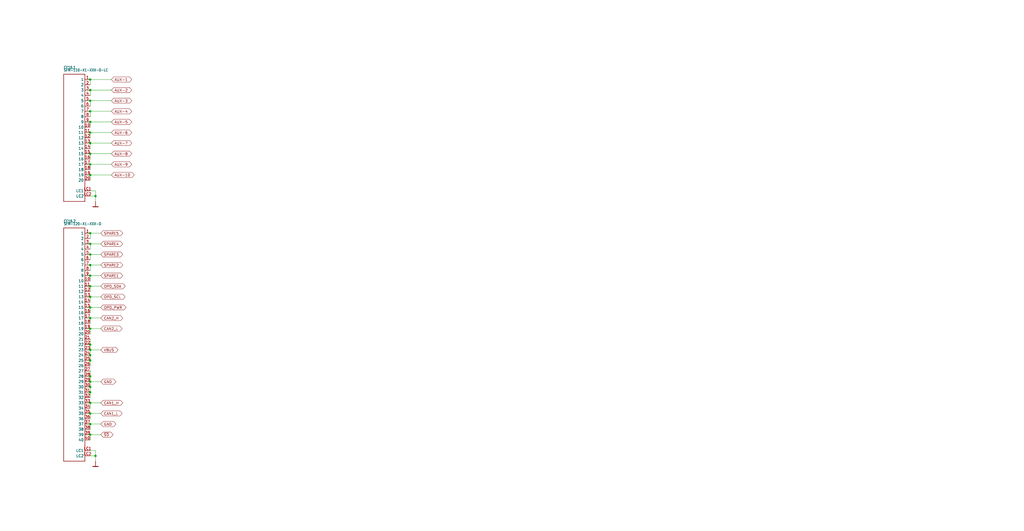
<source format=kicad_sch>
(kicad_sch (version 20211123) (generator eeschema)
  (paper "User" 490.22 254.406)
  (lib_symbols
    (symbol "oresat-backplane-2u-eagle-import:GND" (power)
      (symbol "GND_1_0"
        (polyline (pts (xy -1.27 -2.54) (xy 1.27 -2.54)) (stroke (width 0.4064)))
        (pin power_in line (at 0 0 270) (length 2.54) (name "GND") (number "1"))
      )
    )
    (symbol "oresat-backplane-2u-eagle-import:SFM-110-X1-XXX-D-LC"
      (property "Reference" "CF" (at -2.54 33.02 0))
      (property "Value" "SFM-110-X1-XXX-D-LC" (at -2.54 31.75 0))
      (symbol "SFM-110-X1-XXX-D-LC_1_0"
        (polyline (pts (xy -2.54 -30.48) (xy -2.54 30.48)) (stroke (width 0.254)))
        (polyline (pts (xy -2.54 30.48) (xy 7.62 30.48)) (stroke (width 0.254)))
        (polyline (pts (xy 7.62 -30.48) (xy -2.54 -30.48)) (stroke (width 0.254)))
        (polyline (pts (xy 7.62 30.48) (xy 7.62 -30.48)) (stroke (width 0.254)))
        (pin passive line (at 10.16 27.94 180) (length 2.54) (name "1") (number "1"))
        (pin passive line (at 10.16 5.08 180) (length 2.54) (name "10") (number "10"))
        (pin passive line (at 10.16 2.54 180) (length 2.54) (name "11") (number "11"))
        (pin passive line (at 10.16 0 180) (length 2.54) (name "12") (number "12"))
        (pin passive line (at 10.16 -2.54 180) (length 2.54) (name "13") (number "13"))
        (pin passive line (at 10.16 -5.08 180) (length 2.54) (name "14") (number "14"))
        (pin passive line (at 10.16 -7.62 180) (length 2.54) (name "15") (number "15"))
        (pin passive line (at 10.16 -10.16 180) (length 2.54) (name "16") (number "16"))
        (pin passive line (at 10.16 -12.7 180) (length 2.54) (name "17") (number "17"))
        (pin passive line (at 10.16 -15.24 180) (length 2.54) (name "18") (number "18"))
        (pin passive line (at 10.16 -17.78 180) (length 2.54) (name "19") (number "19"))
        (pin passive line (at 10.16 25.4 180) (length 2.54) (name "2") (number "2"))
        (pin passive line (at 10.16 -20.32 180) (length 2.54) (name "20") (number "20"))
        (pin passive line (at 10.16 22.86 180) (length 2.54) (name "3") (number "3"))
        (pin passive line (at 10.16 20.32 180) (length 2.54) (name "4") (number "4"))
        (pin passive line (at 10.16 17.78 180) (length 2.54) (name "5") (number "5"))
        (pin passive line (at 10.16 15.24 180) (length 2.54) (name "6") (number "6"))
        (pin passive line (at 10.16 12.7 180) (length 2.54) (name "7") (number "7"))
        (pin passive line (at 10.16 10.16 180) (length 2.54) (name "8") (number "8"))
        (pin passive line (at 10.16 7.62 180) (length 2.54) (name "9") (number "9"))
        (pin passive line (at 10.16 -25.4 180) (length 2.54) (name "LC1") (number "LC1"))
        (pin passive line (at 10.16 -27.94 180) (length 2.54) (name "LC2") (number "LC2"))
      )
    )
    (symbol "oresat-backplane-2u-eagle-import:SFM-120-X1-XXX-D"
      (property "Reference" "J" (at -2.54 50.8 0))
      (property "Value" "SFM-120-X1-XXX-D" (at -2.54 49.53 0))
      (symbol "SFM-120-X1-XXX-D_1_0"
        (polyline (pts (xy -2.54 -63.5) (xy -2.54 48.26)) (stroke (width 0.254)))
        (polyline (pts (xy -2.54 48.26) (xy 7.62 48.26)) (stroke (width 0.254)))
        (polyline (pts (xy 7.62 -63.5) (xy -2.54 -63.5)) (stroke (width 0.254)))
        (polyline (pts (xy 7.62 48.26) (xy 7.62 -63.5)) (stroke (width 0.254)))
        (pin passive line (at 10.16 45.72 180) (length 2.54) (name "1") (number "1"))
        (pin passive line (at 10.16 22.86 180) (length 2.54) (name "10") (number "10"))
        (pin passive line (at 10.16 20.32 180) (length 2.54) (name "11") (number "11"))
        (pin passive line (at 10.16 17.78 180) (length 2.54) (name "12") (number "12"))
        (pin passive line (at 10.16 15.24 180) (length 2.54) (name "13") (number "13"))
        (pin passive line (at 10.16 12.7 180) (length 2.54) (name "14") (number "14"))
        (pin passive line (at 10.16 10.16 180) (length 2.54) (name "15") (number "15"))
        (pin passive line (at 10.16 7.62 180) (length 2.54) (name "16") (number "16"))
        (pin passive line (at 10.16 5.08 180) (length 2.54) (name "17") (number "17"))
        (pin passive line (at 10.16 2.54 180) (length 2.54) (name "18") (number "18"))
        (pin passive line (at 10.16 0 180) (length 2.54) (name "19") (number "19"))
        (pin passive line (at 10.16 43.18 180) (length 2.54) (name "2") (number "2"))
        (pin passive line (at 10.16 -2.54 180) (length 2.54) (name "20") (number "20"))
        (pin passive line (at 10.16 -5.08 180) (length 2.54) (name "21") (number "21"))
        (pin passive line (at 10.16 -7.62 180) (length 2.54) (name "22") (number "22"))
        (pin passive line (at 10.16 -10.16 180) (length 2.54) (name "23") (number "23"))
        (pin passive line (at 10.16 -12.7 180) (length 2.54) (name "24") (number "24"))
        (pin passive line (at 10.16 -15.24 180) (length 2.54) (name "25") (number "25"))
        (pin passive line (at 10.16 -17.78 180) (length 2.54) (name "26") (number "26"))
        (pin passive line (at 10.16 -20.32 180) (length 2.54) (name "27") (number "27"))
        (pin passive line (at 10.16 -22.86 180) (length 2.54) (name "28") (number "28"))
        (pin passive line (at 10.16 -25.4 180) (length 2.54) (name "29") (number "29"))
        (pin passive line (at 10.16 40.64 180) (length 2.54) (name "3") (number "3"))
        (pin passive line (at 10.16 -27.94 180) (length 2.54) (name "30") (number "30"))
        (pin passive line (at 10.16 -30.48 180) (length 2.54) (name "31") (number "31"))
        (pin passive line (at 10.16 -33.02 180) (length 2.54) (name "32") (number "32"))
        (pin passive line (at 10.16 -35.56 180) (length 2.54) (name "33") (number "33"))
        (pin passive line (at 10.16 -38.1 180) (length 2.54) (name "34") (number "34"))
        (pin passive line (at 10.16 -40.64 180) (length 2.54) (name "35") (number "35"))
        (pin passive line (at 10.16 -43.18 180) (length 2.54) (name "36") (number "36"))
        (pin passive line (at 10.16 -45.72 180) (length 2.54) (name "37") (number "37"))
        (pin passive line (at 10.16 -48.26 180) (length 2.54) (name "38") (number "38"))
        (pin passive line (at 10.16 -50.8 180) (length 2.54) (name "39") (number "39"))
        (pin passive line (at 10.16 38.1 180) (length 2.54) (name "4") (number "4"))
        (pin passive line (at 10.16 -53.34 180) (length 2.54) (name "40") (number "40"))
        (pin passive line (at 10.16 35.56 180) (length 2.54) (name "5") (number "5"))
        (pin passive line (at 10.16 33.02 180) (length 2.54) (name "6") (number "6"))
        (pin passive line (at 10.16 30.48 180) (length 2.54) (name "7") (number "7"))
        (pin passive line (at 10.16 27.94 180) (length 2.54) (name "8") (number "8"))
        (pin passive line (at 10.16 25.4 180) (length 2.54) (name "9") (number "9"))
        (pin passive line (at 10.16 -58.42 180) (length 2.54) (name "LC1") (number "LC1"))
        (pin passive line (at 10.16 -60.96 180) (length 2.54) (name "LC2") (number "LC2"))
      )
    )
  )
  (junction (at 45.72 218.44))
  (junction (at 43.18 157.48))
  (junction (at 43.18 73.66))
  (junction (at 43.18 43.18))
  (junction (at 45.72 93.98))
  (junction (at 43.18 68.58))
  (junction (at 43.18 142.24))
  (junction (at 43.18 152.4))
  (junction (at 43.18 121.92))
  (junction (at 43.18 127))
  (junction (at 43.18 137.16))
  (junction (at 43.18 78.74))
  (junction (at 43.18 182.88))
  (junction (at 43.18 147.32))
  (junction (at 43.18 203.2))
  (junction (at 43.18 48.26))
  (junction (at 43.18 187.96))
  (junction (at 43.18 208.28))
  (junction (at 43.18 132.08))
  (junction (at 43.18 167.64))
  (junction (at 43.18 193.04))
  (junction (at 43.18 180.34))
  (junction (at 43.18 111.76))
  (junction (at 43.18 116.84))
  (junction (at 43.18 38.1))
  (junction (at 43.18 198.12))
  (junction (at 43.18 58.42))
  (junction (at 43.18 165.1))
  (junction (at 43.18 172.72))
  (junction (at 43.18 170.18))
  (junction (at 43.18 53.34))
  (junction (at 43.18 63.5))
  (junction (at 43.18 83.82))
  (junction (at 43.18 185.42))
  (wire (pts (xy 43.18 152.4) (xy 43.18 154.94)))
  (wire (pts (xy 43.18 38.1) (xy 43.18 40.64)))
  (wire (pts (xy 43.18 53.34) (xy 43.18 55.88)))
  (wire (pts (xy 43.18 172.72) (xy 43.18 170.18)))
  (wire (pts (xy 43.18 38.1) (xy 53.34 38.1)))
  (wire (pts (xy 48.26 157.48) (xy 43.18 157.48)))
  (wire (pts (xy 43.18 185.42) (xy 43.18 187.96)))
  (wire (pts (xy 43.18 58.42) (xy 53.34 58.42)))
  (wire (pts (xy 43.18 48.26) (xy 53.34 48.26)))
  (wire (pts (xy 43.18 58.42) (xy 43.18 60.96)))
  (wire (pts (xy 48.26 152.4) (xy 43.18 152.4)))
  (wire (pts (xy 43.18 111.76) (xy 43.18 114.3)))
  (wire (pts (xy 48.26 203.2) (xy 43.18 203.2)))
  (wire (pts (xy 43.18 73.66) (xy 43.18 76.2)))
  (wire (pts (xy 48.26 208.28) (xy 43.18 208.28)))
  (wire (pts (xy 48.26 193.04) (xy 43.18 193.04)))
  (wire (pts (xy 43.18 193.04) (xy 43.18 195.58)))
  (wire (pts (xy 43.18 73.66) (xy 53.34 73.66)))
  (wire (pts (xy 43.18 63.5) (xy 53.34 63.5)))
  (wire (pts (xy 43.18 170.18) (xy 43.18 167.64)))
  (wire (pts (xy 43.18 111.76) (xy 48.26 111.76)))
  (wire (pts (xy 43.18 182.88) (xy 43.18 180.34)))
  (wire (pts (xy 45.72 91.44) (xy 43.18 91.44)))
  (wire (pts (xy 45.72 93.98) (xy 43.18 93.98)))
  (wire (pts (xy 43.18 157.48) (xy 43.18 160.02)))
  (wire (pts (xy 43.18 121.92) (xy 43.18 124.46)))
  (wire (pts (xy 43.18 68.58) (xy 43.18 71.12)))
  (wire (pts (xy 48.26 167.64) (xy 43.18 167.64)))
  (wire (pts (xy 43.18 48.26) (xy 43.18 50.8)))
  (wire (pts (xy 43.18 116.84) (xy 43.18 119.38)))
  (wire (pts (xy 43.18 180.34) (xy 43.18 177.8)))
  (wire (pts (xy 43.18 165.1) (xy 43.18 162.56)))
  (wire (pts (xy 43.18 132.08) (xy 43.18 134.62)))
  (wire (pts (xy 43.18 203.2) (xy 43.18 205.74)))
  (wire (pts (xy 48.26 182.88) (xy 43.18 182.88)))
  (wire (pts (xy 43.18 83.82) (xy 43.18 86.36)))
  (wire (pts (xy 43.18 63.5) (xy 43.18 66.04)))
  (wire (pts (xy 43.18 137.16) (xy 43.18 139.7)))
  (wire (pts (xy 43.18 83.82) (xy 53.34 83.82)))
  (wire (pts (xy 48.26 147.32) (xy 43.18 147.32)))
  (wire (pts (xy 43.18 215.9) (xy 45.72 215.9)))
  (wire (pts (xy 43.18 187.96) (xy 43.18 190.5)))
  (wire (pts (xy 43.18 53.34) (xy 53.34 53.34)))
  (wire (pts (xy 43.18 218.44) (xy 45.72 218.44)))
  (wire (pts (xy 43.18 167.64) (xy 43.18 165.1)))
  (wire (pts (xy 43.18 78.74) (xy 43.18 81.28)))
  (wire (pts (xy 43.18 43.18) (xy 53.34 43.18)))
  (wire (pts (xy 48.26 137.16) (xy 43.18 137.16)))
  (wire (pts (xy 43.18 182.88) (xy 43.18 185.42)))
  (wire (pts (xy 45.72 215.9) (xy 45.72 218.44)))
  (wire (pts (xy 43.18 198.12) (xy 43.18 200.66)))
  (wire (pts (xy 43.18 147.32) (xy 43.18 149.86)))
  (wire (pts (xy 43.18 172.72) (xy 43.18 175.26)))
  (wire (pts (xy 48.26 142.24) (xy 43.18 142.24)))
  (wire (pts (xy 43.18 208.28) (xy 43.18 210.82)))
  (wire (pts (xy 48.26 198.12) (xy 43.18 198.12)))
  (wire (pts (xy 43.18 78.74) (xy 53.34 78.74)))
  (wire (pts (xy 45.72 96.52) (xy 45.72 93.98)))
  (wire (pts (xy 45.72 93.98) (xy 45.72 91.44)))
  (wire (pts (xy 48.26 127) (xy 43.18 127)))
  (wire (pts (xy 43.18 121.92) (xy 48.26 121.92)))
  (wire (pts (xy 43.18 116.84) (xy 48.26 116.84)))
  (wire (pts (xy 45.72 218.44) (xy 45.72 220.98)))
  (wire (pts (xy 43.18 127) (xy 43.18 129.54)))
  (wire (pts (xy 43.18 142.24) (xy 43.18 144.78)))
  (wire (pts (xy 43.18 43.18) (xy 43.18 45.72)))
  (wire (pts (xy 48.26 132.08) (xy 43.18 132.08)))
  (wire (pts (xy 43.18 68.58) (xy 53.34 68.58)))
  (global_label "AUX-7" (shape bidirectional) (at 53.34 68.58 0) (effects (font (size 1.2446 1.2446))) (property "Intersheet References" "${INTERSHEET_REFS}" (effects hide)))
  (global_label "AUX-10" (shape bidirectional) (at 53.34 83.82 0) (effects (font (size 1.2446 1.2446))) (property "Intersheet References" "${INTERSHEET_REFS}" (effects hide)))
  (global_label "AUX-5" (shape bidirectional) (at 53.34 58.42 0) (effects (font (size 1.2446 1.2446))) (property "Intersheet References" "${INTERSHEET_REFS}" (effects hide)))
  (global_label "AUX-4" (shape bidirectional) (at 53.34 53.34 0) (effects (font (size 1.2446 1.2446))) (property "Intersheet References" "${INTERSHEET_REFS}" (effects hide)))
  (global_label "OPD_SDA" (shape bidirectional) (at 48.26 137.16 0) (effects (font (size 1.2446 1.2446))) (property "Intersheet References" "${INTERSHEET_REFS}" (effects hide)))
  (global_label "OPD_PWR" (shape bidirectional) (at 48.26 147.32 0) (effects (font (size 1.2446 1.2446))) (property "Intersheet References" "${INTERSHEET_REFS}" (effects hide)))
  (global_label "AUX-3" (shape bidirectional) (at 53.34 48.26 0) (effects (font (size 1.2446 1.2446))) (property "Intersheet References" "${INTERSHEET_REFS}" (effects hide)))
  (global_label "SPARE4" (shape bidirectional) (at 48.26 116.84 0) (effects (font (size 1.2446 1.2446))) (property "Intersheet References" "${INTERSHEET_REFS}" (effects hide)))
  (global_label "OPD_SCL" (shape bidirectional) (at 48.26 142.24 0) (effects (font (size 1.2446 1.2446))) (property "Intersheet References" "${INTERSHEET_REFS}" (effects hide)))
  (global_label "CAN1_L" (shape bidirectional) (at 48.26 198.12 0) (effects (font (size 1.2446 1.2446))) (property "Intersheet References" "${INTERSHEET_REFS}" (effects hide)))
  (global_label "SPARE5" (shape bidirectional) (at 48.26 111.76 0) (effects (font (size 1.2446 1.2446))) (property "Intersheet References" "${INTERSHEET_REFS}" (effects hide)))
  (global_label "SPARE2" (shape bidirectional) (at 48.26 127 0) (effects (font (size 1.2446 1.2446))) (property "Intersheet References" "${INTERSHEET_REFS}" (effects hide)))
  (global_label "~{SD}" (shape bidirectional) (at 48.26 208.28 0) (effects (font (size 1.2446 1.2446))) (property "Intersheet References" "${INTERSHEET_REFS}" (effects hide)))
  (global_label "CAN2_H" (shape bidirectional) (at 48.26 152.4 0) (effects (font (size 1.2446 1.2446))) (property "Intersheet References" "${INTERSHEET_REFS}" (effects hide)))
  (global_label "AUX-1" (shape bidirectional) (at 53.34 38.1 0) (effects (font (size 1.2446 1.2446))) (property "Intersheet References" "${INTERSHEET_REFS}" (effects hide)))
  (global_label "SPARE1" (shape bidirectional) (at 48.26 132.08 0) (effects (font (size 1.2446 1.2446))) (property "Intersheet References" "${INTERSHEET_REFS}" (effects hide)))
  (global_label "AUX-8" (shape bidirectional) (at 53.34 73.66 0) (effects (font (size 1.2446 1.2446))) (property "Intersheet References" "${INTERSHEET_REFS}" (effects hide)))
  (global_label "GND" (shape bidirectional) (at 48.26 182.88 0) (effects (font (size 1.2446 1.2446))) (property "Intersheet References" "${INTERSHEET_REFS}" (effects hide)))
  (global_label "AUX-6" (shape bidirectional) (at 53.34 63.5 0) (effects (font (size 1.2446 1.2446))) (property "Intersheet References" "${INTERSHEET_REFS}" (effects hide)))
  (global_label "AUX-9" (shape bidirectional) (at 53.34 78.74 0) (effects (font (size 1.2446 1.2446))) (property "Intersheet References" "${INTERSHEET_REFS}" (effects hide)))
  (global_label "CAN2_L" (shape bidirectional) (at 48.26 157.48 0) (effects (font (size 1.2446 1.2446))) (property "Intersheet References" "${INTERSHEET_REFS}" (effects hide)))
  (global_label "SPARE3" (shape bidirectional) (at 48.26 121.92 0) (effects (font (size 1.2446 1.2446))) (property "Intersheet References" "${INTERSHEET_REFS}" (effects hide)))
  (global_label "GND" (shape bidirectional) (at 48.26 203.2 0) (effects (font (size 1.2446 1.2446))) (property "Intersheet References" "${INTERSHEET_REFS}" (effects hide)))
  (global_label "CAN1_H" (shape bidirectional) (at 48.26 193.04 0) (effects (font (size 1.2446 1.2446))) (property "Intersheet References" "${INTERSHEET_REFS}" (effects hide)))
  (global_label "VBUS" (shape bidirectional) (at 48.26 167.64 0) (effects (font (size 1.2446 1.2446))) (property "Intersheet References" "${INTERSHEET_REFS}" (effects hide)))
  (global_label "AUX-2" (shape bidirectional) (at 53.34 43.18 0) (effects (font (size 1.2446 1.2446))) (property "Intersheet References" "${INTERSHEET_REFS}" (effects hide)))
  (symbol (lib_id "oresat-backplane-2u-eagle-import:GND") (at 45.72 96.52 0) (unit 1)
    (property "Reference" "#GND029" (effects hide))
    (property "Value" "GND" (effects hide))
    (property "Footprint" "oresat-backplane-2u:" (effects hide))
  )
  (symbol (lib_id "oresat-backplane-2u-eagle-import:GND") (at 45.72 220.98 0) (unit 1)
    (property "Reference" "#GND025" (effects hide))
    (property "Value" "GND" (effects hide))
    (property "Footprint" "oresat-backplane-2u:" (effects hide))
  )
  (symbol (lib_id "oresat-backplane-2u-eagle-import:SFM-110-X1-XXX-D-LC") (at 33.02 66.04 0) (unit 1)
    (property "Reference" "CF16.1" (at 30.48 33.02 0) (effects (font (size 1.27 1.0795)) (justify left bottom)))
    (property "Value" "SFM-110-X1-XXX-D-LC" (at 30.48 34.29 0) (effects (font (size 1.27 1.0795)) (justify left bottom)))
    (property "Footprint" "oresat-backplane-2u:SFM-110-X1-XXX-D-LC" (effects hide))
  )
  (symbol (lib_id "oresat-backplane-2u-eagle-import:SFM-120-X1-XXX-D") (at 33.02 157.48 0) (unit 1)
    (property "Reference" "CF16.2" (at 30.48 106.68 0) (effects (font (size 1.27 1.0795)) (justify left bottom)))
    (property "Value" "SFM-120-X1-XXX-D" (at 30.48 107.95 0) (effects (font (size 1.27 1.0795)) (justify left bottom)))
    (property "Footprint" "oresat-backplane-2u:SFM-120-X1-XXX-D" (effects hide))
  )
)
</source>
